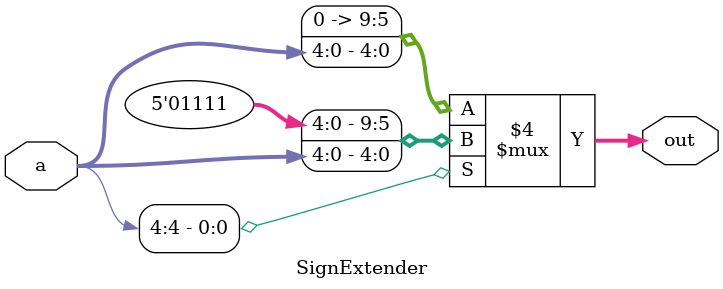
<source format=v>
`timescale 1ns / 1ps
module SignExtender(
    input [4:0] a,
    output reg [9:0] out
    );

always @ (*)
begin
	if (a[4] == 0) 
	begin
		out <= {4'b00000, a};
	end
	else 
	begin
		out <= {4'b11111, a};
	end
end

endmodule

</source>
